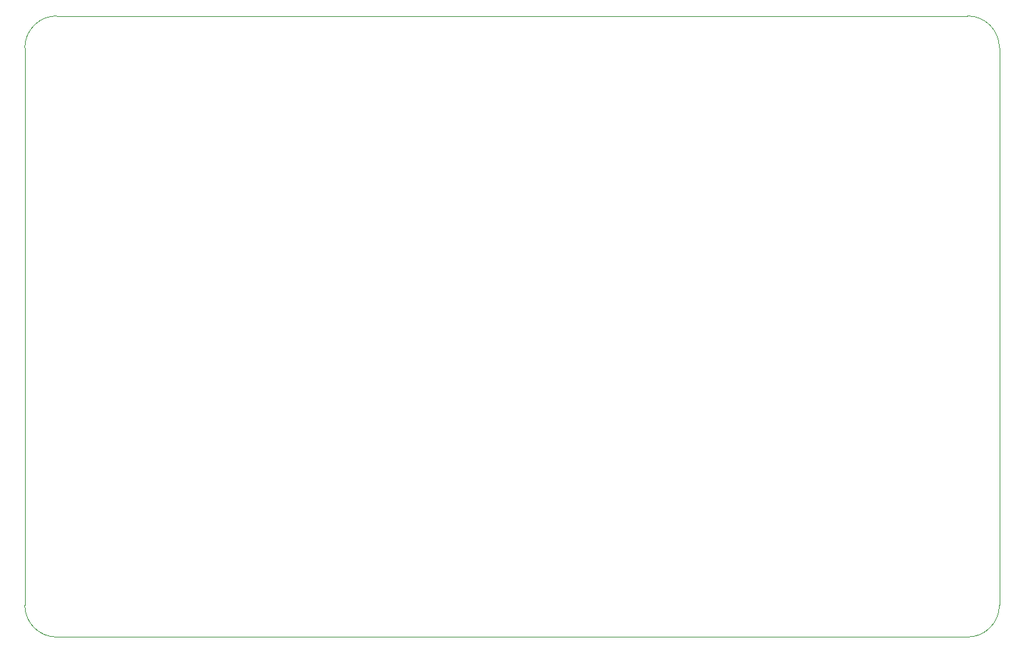
<source format=gbr>
%TF.GenerationSoftware,KiCad,Pcbnew,6.0.11-2627ca5db0~126~ubuntu22.04.1*%
%TF.CreationDate,2024-03-11T23:08:31-04:00*%
%TF.ProjectId,board,626f6172-642e-46b6-9963-61645f706362,rev?*%
%TF.SameCoordinates,Original*%
%TF.FileFunction,Profile,NP*%
%FSLAX46Y46*%
G04 Gerber Fmt 4.6, Leading zero omitted, Abs format (unit mm)*
G04 Created by KiCad (PCBNEW 6.0.11-2627ca5db0~126~ubuntu22.04.1) date 2024-03-11 23:08:31*
%MOMM*%
%LPD*%
G01*
G04 APERTURE LIST*
%TA.AperFunction,Profile*%
%ADD10C,0.100000*%
%TD*%
G04 APERTURE END LIST*
D10*
X98000000Y-38000000D02*
G75*
G03*
X94000000Y-42000000I0J-4000000D01*
G01*
X216000000Y-111800000D02*
X216000000Y-42000000D01*
X216000000Y-42000000D02*
G75*
G03*
X212000000Y-38000000I-4000000J0D01*
G01*
X94000000Y-42000000D02*
X94000000Y-111800000D01*
X98000000Y-115800000D02*
X212000000Y-115800000D01*
X212000000Y-115800000D02*
G75*
G03*
X216000000Y-111800000I0J4000000D01*
G01*
X212000000Y-38000000D02*
X98000000Y-38000000D01*
X94000000Y-111800000D02*
G75*
G03*
X98000000Y-115800000I4000000J0D01*
G01*
M02*

</source>
